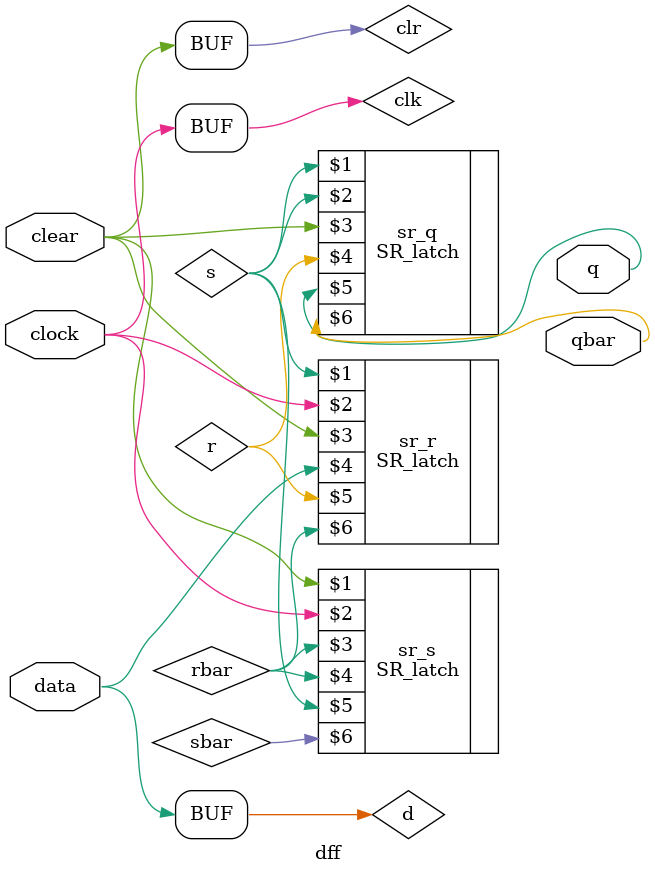
<source format=v>
/***************************************************************************  
 ***                                                                     ***  
 ***    ECE 526L      Adrian Amarilla Gomez, Fall, 2024                  ***  
 ***                                                                     ***  
 ***    LAB4                                                             ***  
 ***                                                                     ***  
 ***************************************************************************  
 ***    Filename: sr_latch.v Created by Adrian, Date 10/04/2024          ***  
 ***    --- Code documentation - 10/04/2024 ---                          ***  
 ***************************************************************************  
 ***    -Positive Edge-triggered D FlipFlop with clear                   ***
 ***************************************************************************/
`timescale 100ps/100ps

module dff(q, qbar, clock, data, clear);
// Ports definition
input clock, data, clear;
output q, qbar;
////    definition of delays    /////
parameter intrinsec_1_input_d = 30;     //3ns
parameter intrinsec_2_input_d = 40;     //4ns
parameter intrinsec_3_input_d = 50;     //5ns
parameter fanout_1_d  =   5;      //0.5ns
parameter fanout_2_d  =   8;      //0.8ns
parameter fanout_3_d  =   10;     //1ns
parameter primary_output_d  =   20; //2ns
//////////////////////////////////////////////////
// Inputs delay (2 Not gates)
wire cbar, clr, clkbar, clk, dbar, d;
not #(intrinsec_1_input_d + fanout_1_d) not1(cbar,clear);
not #(intrinsec_1_input_d + fanout_1_d) not2(clr,cbar);
not #(intrinsec_1_input_d + fanout_1_d) not3(clkbar,clock);
not #(intrinsec_1_input_d + fanout_1_d) not4(clk,clkbar);
not #(intrinsec_1_input_d + fanout_1_d) not5(dbar,data);
not #(intrinsec_1_input_d + fanout_1_d) not6(d,dbar);
//module SR_latch(s0, s1, r1, r0, q, q_bar);
wire s, sbar, r, rbar;
//NAND1: 2 input, 1 output
//NAND2: 3 input, 3 output
SR_latch sr_s(clr, clk, rbar, rbar, s, sbar);
defparam sr_s.nand1_input_delay = intrinsec_2_input_d;
defparam sr_s.nand1_fanout_delay = fanout_1_d;
defparam sr_s.nand2_fanout_delay = fanout_3_d;
//NAND1: 3 input, 2 output (default values)
//NAND2: 3 input, 2 output (default values)
SR_latch sr_r(s, clk, clr, d, r, rbar);
//NAND1: 2 input, PRIMARY output
//NAND2: 3 input, PRIMARY output
SR_latch sr_q(s, s, clr, r, q, qbar);
defparam sr_q.nand1_input_delay = intrinsec_2_input_d;
defparam sr_q.nand1_fanout_delay = primary_output_d;
defparam sr_q.nand2_fanout_delay = primary_output_d;
endmodule
</source>
